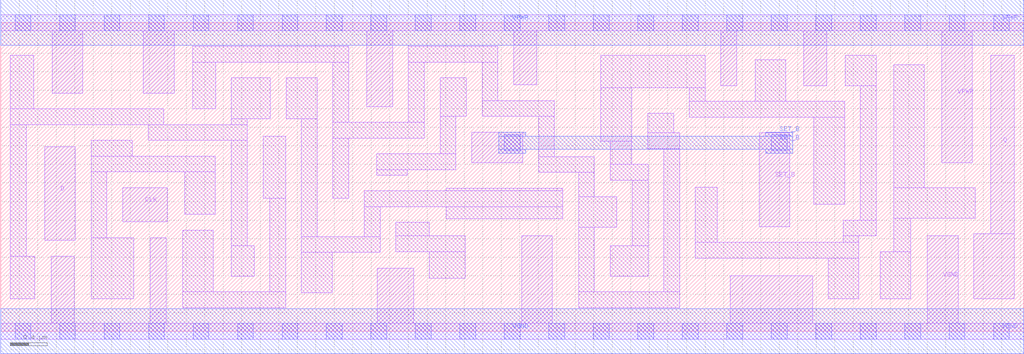
<source format=lef>
# Copyright 2020 The SkyWater PDK Authors
#
# Licensed under the Apache License, Version 2.0 (the "License");
# you may not use this file except in compliance with the License.
# You may obtain a copy of the License at
#
#     https://www.apache.org/licenses/LICENSE-2.0
#
# Unless required by applicable law or agreed to in writing, software
# distributed under the License is distributed on an "AS IS" BASIS,
# WITHOUT WARRANTIES OR CONDITIONS OF ANY KIND, either express or implied.
# See the License for the specific language governing permissions and
# limitations under the License.
#
# SPDX-License-Identifier: Apache-2.0

VERSION 5.7 ;
  NAMESCASESENSITIVE ON ;
  NOWIREEXTENSIONATPIN ON ;
  DIVIDERCHAR "/" ;
  BUSBITCHARS "[]" ;
UNITS
  DATABASE MICRONS 200 ;
END UNITS
MACRO sky130_fd_sc_ms__dfstp_1
  CLASS CORE ;
  SOURCE USER ;
  FOREIGN sky130_fd_sc_ms__dfstp_1 ;
  ORIGIN  0.000000  0.000000 ;
  SIZE  11.04000 BY  3.330000 ;
  SYMMETRY X Y ;
  SITE unit ;
  PIN D
    ANTENNAGATEAREA  0.138600 ;
    DIRECTION INPUT ;
    USE SIGNAL ;
    PORT
      LAYER li1 ;
        RECT 0.475000 0.980000 0.805000 1.990000 ;
    END
  END D
  PIN Q
    ANTENNADIFFAREA  0.513300 ;
    DIRECTION OUTPUT ;
    USE SIGNAL ;
    PORT
      LAYER li1 ;
        RECT 10.500000 0.350000 10.935000 1.050000 ;
        RECT 10.685000 1.050000 10.935000 2.980000 ;
    END
  END Q
  PIN SET_B
    ANTENNAGATEAREA  0.277200 ;
    DIRECTION INPUT ;
    USE SIGNAL ;
    PORT
      LAYER li1 ;
        RECT 5.080000 1.820000 5.635000 2.150000 ;
        RECT 8.185000 1.130000 8.515000 2.140000 ;
      LAYER mcon ;
        RECT 5.435000 1.950000 5.605000 2.120000 ;
        RECT 8.315000 1.950000 8.485000 2.120000 ;
      LAYER met1 ;
        RECT 5.375000 1.920000 5.665000 1.965000 ;
        RECT 5.375000 1.965000 8.545000 2.105000 ;
        RECT 5.375000 2.105000 5.665000 2.150000 ;
        RECT 8.255000 1.920000 8.545000 1.965000 ;
        RECT 8.255000 2.105000 8.545000 2.150000 ;
    END
  END SET_B
  PIN CLK
    ANTENNAGATEAREA  0.312600 ;
    DIRECTION INPUT ;
    USE CLOCK ;
    PORT
      LAYER li1 ;
        RECT 1.315000 1.180000 1.795000 1.550000 ;
    END
  END CLK
  PIN VGND
    DIRECTION INOUT ;
    USE GROUND ;
    PORT
      LAYER li1 ;
        RECT  0.000000 -0.085000 11.040000 0.085000 ;
        RECT  0.545000  0.085000  0.795000 0.810000 ;
        RECT  1.615000  0.085000  1.785000 1.010000 ;
        RECT  4.065000  0.085000  4.455000 0.680000 ;
        RECT  5.620000  0.085000  5.950000 1.030000 ;
        RECT  7.870000  0.085000  8.760000 0.600000 ;
        RECT 10.000000  0.085000 10.330000 1.030000 ;
      LAYER mcon ;
        RECT  0.155000 -0.085000  0.325000 0.085000 ;
        RECT  0.635000 -0.085000  0.805000 0.085000 ;
        RECT  1.115000 -0.085000  1.285000 0.085000 ;
        RECT  1.595000 -0.085000  1.765000 0.085000 ;
        RECT  2.075000 -0.085000  2.245000 0.085000 ;
        RECT  2.555000 -0.085000  2.725000 0.085000 ;
        RECT  3.035000 -0.085000  3.205000 0.085000 ;
        RECT  3.515000 -0.085000  3.685000 0.085000 ;
        RECT  3.995000 -0.085000  4.165000 0.085000 ;
        RECT  4.475000 -0.085000  4.645000 0.085000 ;
        RECT  4.955000 -0.085000  5.125000 0.085000 ;
        RECT  5.435000 -0.085000  5.605000 0.085000 ;
        RECT  5.915000 -0.085000  6.085000 0.085000 ;
        RECT  6.395000 -0.085000  6.565000 0.085000 ;
        RECT  6.875000 -0.085000  7.045000 0.085000 ;
        RECT  7.355000 -0.085000  7.525000 0.085000 ;
        RECT  7.835000 -0.085000  8.005000 0.085000 ;
        RECT  8.315000 -0.085000  8.485000 0.085000 ;
        RECT  8.795000 -0.085000  8.965000 0.085000 ;
        RECT  9.275000 -0.085000  9.445000 0.085000 ;
        RECT  9.755000 -0.085000  9.925000 0.085000 ;
        RECT 10.235000 -0.085000 10.405000 0.085000 ;
        RECT 10.715000 -0.085000 10.885000 0.085000 ;
      LAYER met1 ;
        RECT 0.000000 -0.245000 11.040000 0.245000 ;
    END
  END VGND
  PIN VPWR
    DIRECTION INOUT ;
    USE POWER ;
    PORT
      LAYER li1 ;
        RECT  0.000000 3.245000 11.040000 3.415000 ;
        RECT  0.555000 2.570000  0.885000 3.245000 ;
        RECT  1.540000 2.570000  1.870000 3.245000 ;
        RECT  3.950000 2.425000  4.230000 3.245000 ;
        RECT  5.535000 2.660000  5.785000 3.245000 ;
        RECT  7.770000 2.650000  7.940000 3.245000 ;
        RECT  8.665000 2.650000  8.915000 3.245000 ;
        RECT 10.155000 1.820000 10.485000 3.245000 ;
      LAYER mcon ;
        RECT  0.155000 3.245000  0.325000 3.415000 ;
        RECT  0.635000 3.245000  0.805000 3.415000 ;
        RECT  1.115000 3.245000  1.285000 3.415000 ;
        RECT  1.595000 3.245000  1.765000 3.415000 ;
        RECT  2.075000 3.245000  2.245000 3.415000 ;
        RECT  2.555000 3.245000  2.725000 3.415000 ;
        RECT  3.035000 3.245000  3.205000 3.415000 ;
        RECT  3.515000 3.245000  3.685000 3.415000 ;
        RECT  3.995000 3.245000  4.165000 3.415000 ;
        RECT  4.475000 3.245000  4.645000 3.415000 ;
        RECT  4.955000 3.245000  5.125000 3.415000 ;
        RECT  5.435000 3.245000  5.605000 3.415000 ;
        RECT  5.915000 3.245000  6.085000 3.415000 ;
        RECT  6.395000 3.245000  6.565000 3.415000 ;
        RECT  6.875000 3.245000  7.045000 3.415000 ;
        RECT  7.355000 3.245000  7.525000 3.415000 ;
        RECT  7.835000 3.245000  8.005000 3.415000 ;
        RECT  8.315000 3.245000  8.485000 3.415000 ;
        RECT  8.795000 3.245000  8.965000 3.415000 ;
        RECT  9.275000 3.245000  9.445000 3.415000 ;
        RECT  9.755000 3.245000  9.925000 3.415000 ;
        RECT 10.235000 3.245000 10.405000 3.415000 ;
        RECT 10.715000 3.245000 10.885000 3.415000 ;
      LAYER met1 ;
        RECT 0.000000 3.085000 11.040000 3.575000 ;
    END
  END VPWR
  OBS
    LAYER li1 ;
      RECT 0.105000 0.350000  0.365000 0.810000 ;
      RECT 0.105000 0.810000  0.275000 2.230000 ;
      RECT 0.105000 2.230000  1.760000 2.400000 ;
      RECT 0.105000 2.400000  0.355000 2.980000 ;
      RECT 0.975000 0.350000  1.435000 1.010000 ;
      RECT 0.975000 1.010000  1.145000 1.720000 ;
      RECT 0.975000 1.720000  2.315000 1.890000 ;
      RECT 0.975000 1.890000  1.420000 2.060000 ;
      RECT 1.590000 2.060000  2.660000 2.230000 ;
      RECT 1.965000 0.255000  3.075000 0.425000 ;
      RECT 1.965000 0.425000  2.295000 1.090000 ;
      RECT 1.985000 1.260000  2.315000 1.720000 ;
      RECT 2.070000 2.400000  2.320000 2.905000 ;
      RECT 2.070000 2.905000  3.755000 3.075000 ;
      RECT 2.485000 0.595000  2.735000 0.925000 ;
      RECT 2.485000 0.925000  2.660000 2.060000 ;
      RECT 2.490000 2.230000  2.660000 2.295000 ;
      RECT 2.490000 2.295000  2.910000 2.735000 ;
      RECT 2.830000 1.435000  3.075000 2.105000 ;
      RECT 2.905000 0.425000  3.075000 1.435000 ;
      RECT 3.080000 2.295000  3.415000 2.735000 ;
      RECT 3.245000 0.415000  3.575000 0.850000 ;
      RECT 3.245000 0.850000  4.095000 1.020000 ;
      RECT 3.245000 1.020000  3.415000 2.295000 ;
      RECT 3.585000 1.435000  3.755000 2.085000 ;
      RECT 3.585000 2.085000  4.570000 2.255000 ;
      RECT 3.585000 2.255000  3.755000 2.905000 ;
      RECT 3.925000 1.020000  4.095000 1.345000 ;
      RECT 3.925000 1.345000  6.065000 1.515000 ;
      RECT 4.055000 1.685000  4.385000 1.745000 ;
      RECT 4.055000 1.745000  4.910000 1.915000 ;
      RECT 4.265000 0.860000  5.010000 1.030000 ;
      RECT 4.265000 1.030000  4.625000 1.175000 ;
      RECT 4.400000 2.255000  4.570000 2.905000 ;
      RECT 4.400000 2.905000  5.365000 3.075000 ;
      RECT 4.625000 0.570000  5.010000 0.860000 ;
      RECT 4.740000 1.915000  4.910000 2.320000 ;
      RECT 4.740000 2.320000  5.025000 2.735000 ;
      RECT 4.805000 1.215000  6.065000 1.345000 ;
      RECT 4.805000 1.515000  6.065000 1.545000 ;
      RECT 5.195000 2.320000  5.975000 2.490000 ;
      RECT 5.195000 2.490000  5.365000 2.905000 ;
      RECT 5.805000 1.715000  6.405000 1.885000 ;
      RECT 5.805000 1.885000  5.975000 2.320000 ;
      RECT 6.235000 0.255000  7.325000 0.425000 ;
      RECT 6.235000 0.425000  6.405000 1.120000 ;
      RECT 6.235000 1.120000  6.645000 1.450000 ;
      RECT 6.235000 1.450000  6.405000 1.715000 ;
      RECT 6.475000 2.050000  6.810000 2.625000 ;
      RECT 6.475000 2.625000  7.600000 2.980000 ;
      RECT 6.575000 0.595000  6.985000 0.925000 ;
      RECT 6.575000 1.630000  6.985000 1.800000 ;
      RECT 6.575000 1.800000  6.810000 2.050000 ;
      RECT 6.815000 0.925000  6.985000 1.630000 ;
      RECT 6.980000 1.970000  7.325000 2.140000 ;
      RECT 6.980000 2.140000  7.260000 2.355000 ;
      RECT 7.155000 0.425000  7.325000 1.970000 ;
      RECT 7.430000 2.310000  9.105000 2.480000 ;
      RECT 7.430000 2.480000  7.600000 2.625000 ;
      RECT 7.495000 0.790000  9.260000 0.960000 ;
      RECT 7.495000 0.960000  7.730000 1.555000 ;
      RECT 8.140000 2.480000  8.470000 2.930000 ;
      RECT 8.775000 1.370000  9.105000 2.310000 ;
      RECT 8.930000 0.350000  9.260000 0.790000 ;
      RECT 9.090000 0.960000  9.260000 1.030000 ;
      RECT 9.090000 1.030000  9.445000 1.200000 ;
      RECT 9.115000 2.650000  9.445000 2.980000 ;
      RECT 9.275000 1.200000  9.445000 2.650000 ;
      RECT 9.490000 0.350000  9.820000 0.860000 ;
      RECT 9.635000 0.860000  9.820000 1.220000 ;
      RECT 9.635000 1.220000 10.515000 1.550000 ;
      RECT 9.635000 1.550000  9.965000 2.875000 ;
  END
END sky130_fd_sc_ms__dfstp_1

</source>
